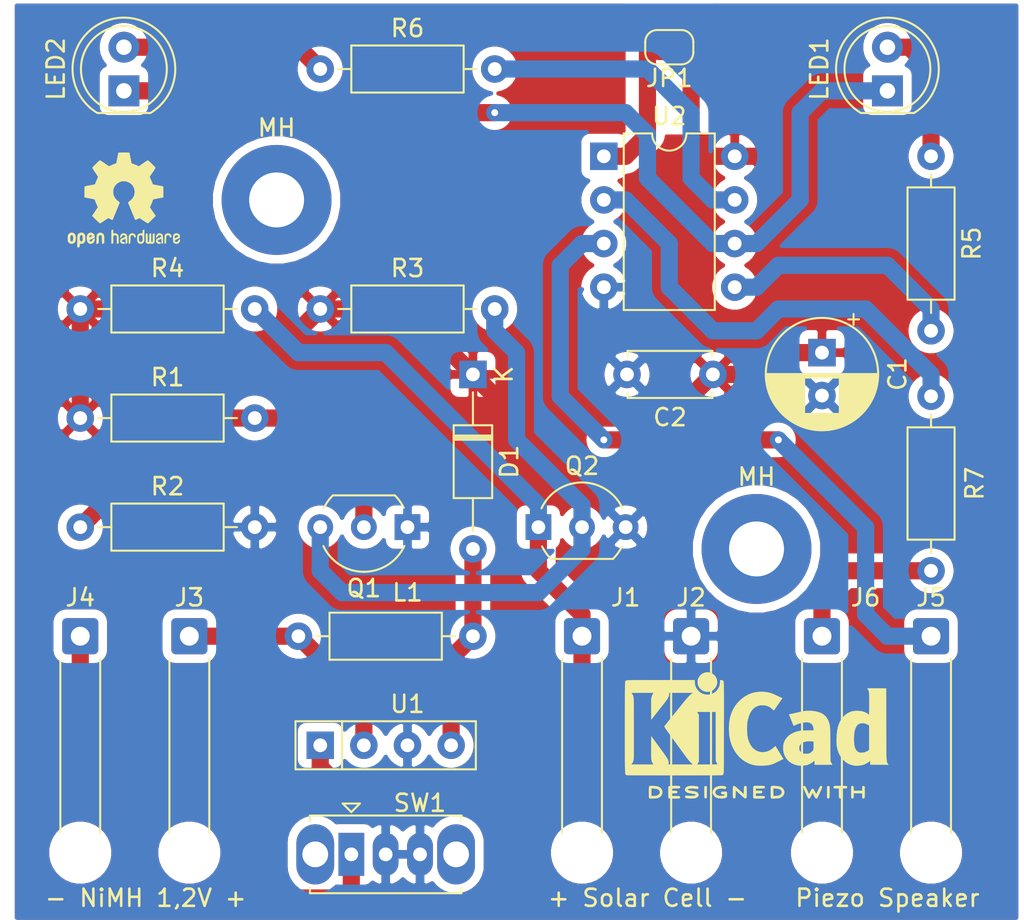
<source format=kicad_pcb>
(kicad_pcb (version 20171130) (host pcbnew "(5.1.9)-1")
  (layers (0 F.Cu signal) (31 B.Cu mixed) (34 B.Paste user) (35 F.Paste user) (36 B.SilkS user) (37 F.SilkS user) (38 B.Mask user) (39 F.Mask user) (44 Edge.Cuts user))
  (net 0 "")
  (net 1 GND)
  (net 2 "Net-(C1-Pad1)")
  (net 3 "Net-(D1-Pad2)")
  (net 4 "Net-(J1-Pad1)")
  (net 5 "Net-(BT1-Pad1)")
  (net 6 "Net-(BT1-Pad2)")
  (net 7 "Net-(J5-Pad1)")
  (net 8 "Net-(J6-Pad1)")
  (net 9 "Net-(JP1-Pad2)")
  (net 10 "Net-(Q1-Pad3)")
  (net 11 "Net-(Q1-Pad2)")
  (net 12 "Net-(R5-Pad2)")
  (net 13 "Net-(R6-Pad2)")
  (net 14 "Net-(R7-Pad2)")
  (net 15 "Net-(LED1-Pad2)")
  (net 16 "Net-(LED1-Pad1)")
  (net 17 "Net-(LED2-Pad2)")
  (module Symbol:OSHW-Logo2_7.3x6mm_SilkScreen (layer F.Cu) (at 134.62 93.98)
    (fp_text reference REF** hide)
    (fp_text value OSHW-Logo2_7.3x6mm_SilkScreen hide)
  )
  (module Symbol:KiCad-Logo2_6mm_SilkScreen (layer F.Cu) (at 171.45 124.46)
    (fp_text reference REF** hide)
    (fp_text value KiCad-Logo2_6mm_SilkScreen hide)
  )
  (module MountingHole:MountingHole_3.2mm_M3_Pad_TopBottom (layer F.Cu) (at 143.51 93.98)
    (fp_text reference MH (at 0 -4.2) (layer F.SilkS))
    (fp_text value MountingHole_3.2mm_M3_Pad_TopBottom)
    (pad 1 connect circle (at 0 0) (size 6.4 6.4) (layers B.Cu B.Mask))
    (pad 1 connect circle (at 0 0) (size 6.4 6.4) (layers F.Cu F.Mask))
    (pad 1 thru_hole circle (at 0 0) (size 3.6 3.6) (drill 3.2) (layers *.Cu *.Mask))
  )
  (module MountingHole:MountingHole_3.2mm_M3_Pad_TopBottom (layer F.Cu) (at 171.45 114.3)
    (fp_text reference MH (at 0 -4.2) (layer F.SilkS))
    (fp_text value MountingHole_3.2mm_M3_Pad_TopBottom)
    (pad 1 connect circle (at 0 0) (size 6.4 6.4) (layers B.Cu B.Mask))
    (pad 1 connect circle (at 0 0) (size 6.4 6.4) (layers F.Cu F.Mask))
    (pad 1 thru_hole circle (at 0 0) (size 3.6 3.6) (drill 3.2) (layers *.Cu *.Mask))
  )
  (module Package_TO_SOT_THT:TO-92_Inline_Wide (layer F.Cu) (at 158.75 113.03)
    (fp_text reference Q2 (at 2.54 -3.56) (layer F.SilkS))
    (fp_text value BS170)
    (pad 1 thru_hole rect (at 0 0) (size 1.5 1.5) (drill 0.8) (layers *.Cu *.Mask) (net 4 "Net-(J1-Pad1)"))
    (pad 3 thru_hole circle (at 5.08 0) (size 1.5 1.5) (drill 0.8) (layers *.Cu *.Mask) (net 1 GND))
    (pad 2 thru_hole circle (at 2.54 0) (size 1.5 1.5) (drill 0.8) (layers *.Cu *.Mask) (net 10 "Net-(Q1-Pad3)"))
  )
  (module Package_DIP:DIP-8_W7.62mm (layer F.Cu) (at 162.56 91.44)
    (fp_text reference U2 (at 3.81 -2.33) (layer F.SilkS))
    (fp_text value ATtiny85V-10PU)
    (pad 8 thru_hole oval (at 7.62 0) (size 1.6 1.6) (drill 0.8) (layers *.Cu *.Mask) (net 2 "Net-(C1-Pad1)"))
    (pad 4 thru_hole oval (at 0 7.62) (size 1.6 1.6) (drill 0.8) (layers *.Cu *.Mask) (net 1 GND))
    (pad 7 thru_hole oval (at 7.62 2.54) (size 1.6 1.6) (drill 0.8) (layers *.Cu *.Mask) (net 13 "Net-(R6-Pad2)"))
    (pad 3 thru_hole oval (at 0 5.08) (size 1.6 1.6) (drill 0.8) (layers *.Cu *.Mask) (net 7 "Net-(J5-Pad1)"))
    (pad 6 thru_hole oval (at 7.62 5.08) (size 1.6 1.6) (drill 0.8) (layers *.Cu *.Mask) (net 16 "Net-(LED1-Pad1)"))
    (pad 2 thru_hole oval (at 0 2.54) (size 1.6 1.6) (drill 0.8) (layers *.Cu *.Mask) (net 14 "Net-(R7-Pad2)"))
    (pad 5 thru_hole oval (at 7.62 7.62) (size 1.6 1.6) (drill 0.8) (layers *.Cu *.Mask) (net 12 "Net-(R5-Pad2)"))
    (pad 1 thru_hole rect (at 0 0) (size 1.6 1.6) (drill 0.8) (layers *.Cu *.Mask) (net 9 "Net-(JP1-Pad2)"))
  )
  (module Resistor_THT:R_Array_SIP4 (layer F.Cu) (at 146.05 125.73)
    (fp_text reference U1 (at 5.08 -2.4) (layer F.SilkS))
    (fp_text value YX8051_JF)
    (pad 4 thru_hole oval (at 7.62 0) (size 1.6 1.6) (drill 0.8) (layers *.Cu *.Mask) (net 3 "Net-(D1-Pad2)"))
    (pad 3 thru_hole oval (at 5.08 0) (size 1.6 1.6) (drill 0.8) (layers *.Cu *.Mask) (net 1 GND))
    (pad 2 thru_hole oval (at 2.54 0) (size 1.6 1.6) (drill 0.8) (layers *.Cu *.Mask) (net 5 "Net-(BT1-Pad1)"))
    (pad 1 thru_hole rect (at 0 0) (size 1.6 1.6) (drill 0.8) (layers *.Cu *.Mask) (net 4 "Net-(J1-Pad1)"))
  )
  (module Button_Switch_THT:SW_Slide_1P2T_CK_OS102011MS2Q (layer F.Cu) (at 147.86 132.08)
    (fp_text reference SW1 (at 3.99 -2.99) (layer F.SilkS))
    (fp_text value SW_SPDT)
    (pad "" thru_hole oval (at 6.1 0) (size 2.2 3.5) (drill 1.5) (layers *.Cu *.Mask))
    (pad "" thru_hole oval (at -2.1 0) (size 2.2 3.5) (drill 1.5) (layers *.Cu *.Mask))
    (pad 3 thru_hole oval (at 4 0) (size 1.5 2.5) (drill 0.8) (layers *.Cu *.Mask) (net 1 GND))
    (pad 2 thru_hole oval (at 2 0) (size 1.5 2.5) (drill 0.8) (layers *.Cu *.Mask) (net 1 GND))
    (pad 1 thru_hole rect (at 0 0) (size 1.5 2.5) (drill 0.8) (layers *.Cu *.Mask) (net 6 "Net-(BT1-Pad2)"))
  )
  (module Resistor_THT:R_Axial_DIN0207_L6.3mm_D2.5mm_P10.16mm_Horizontal (layer F.Cu) (at 181.61 115.57 90)
    (fp_text reference R7 (at 5.08 2.54 90) (layer F.SilkS))
    (fp_text value 120)
    (pad 2 thru_hole oval (at 10.16 0 90) (size 1.6 1.6) (drill 0.8) (layers *.Cu *.Mask) (net 14 "Net-(R7-Pad2)"))
    (pad 1 thru_hole circle (at 0 0 90) (size 1.6 1.6) (drill 0.8) (layers *.Cu *.Mask) (net 8 "Net-(J6-Pad1)"))
  )
  (module Resistor_THT:R_Axial_DIN0207_L6.3mm_D2.5mm_P10.16mm_Horizontal (layer F.Cu) (at 146.05 86.36)
    (fp_text reference R6 (at 5.08 -2.37) (layer F.SilkS))
    (fp_text value 120)
    (pad 2 thru_hole oval (at 10.16 0) (size 1.6 1.6) (drill 0.8) (layers *.Cu *.Mask) (net 13 "Net-(R6-Pad2)"))
    (pad 1 thru_hole circle (at 0 0) (size 1.6 1.6) (drill 0.8) (layers *.Cu *.Mask) (net 17 "Net-(LED2-Pad2)"))
  )
  (module Resistor_THT:R_Axial_DIN0207_L6.3mm_D2.5mm_P10.16mm_Horizontal (layer F.Cu) (at 181.61 91.44 270)
    (fp_text reference R5 (at 5.08 -2.37 90) (layer F.SilkS))
    (fp_text value 120)
    (pad 2 thru_hole oval (at 10.16 0 270) (size 1.6 1.6) (drill 0.8) (layers *.Cu *.Mask) (net 12 "Net-(R5-Pad2)"))
    (pad 1 thru_hole circle (at 0 0 270) (size 1.6 1.6) (drill 0.8) (layers *.Cu *.Mask) (net 15 "Net-(LED1-Pad2)"))
  )
  (module Resistor_THT:R_Axial_DIN0207_L6.3mm_D2.5mm_P10.16mm_Horizontal (layer F.Cu) (at 132.08 100.33)
    (fp_text reference R4 (at 5.08 -2.37) (layer F.SilkS))
    (fp_text value 220k)
    (pad 2 thru_hole oval (at 10.16 0) (size 1.6 1.6) (drill 0.8) (layers *.Cu *.Mask) (net 4 "Net-(J1-Pad1)"))
    (pad 1 thru_hole circle (at 0 0) (size 1.6 1.6) (drill 0.8) (layers *.Cu *.Mask) (net 2 "Net-(C1-Pad1)"))
  )
  (module Resistor_THT:R_Axial_DIN0207_L6.3mm_D2.5mm_P10.16mm_Horizontal (layer F.Cu) (at 146.05 100.33)
    (fp_text reference R3 (at 5.08 -2.37) (layer F.SilkS))
    (fp_text value 470k)
    (pad 2 thru_hole oval (at 10.16 0) (size 1.6 1.6) (drill 0.8) (layers *.Cu *.Mask) (net 10 "Net-(Q1-Pad3)"))
    (pad 1 thru_hole circle (at 0 0) (size 1.6 1.6) (drill 0.8) (layers *.Cu *.Mask) (net 2 "Net-(C1-Pad1)"))
  )
  (module Resistor_THT:R_Axial_DIN0207_L6.3mm_D2.5mm_P10.16mm_Horizontal (layer F.Cu) (at 132.08 113.03)
    (fp_text reference R2 (at 5.08 -2.37) (layer F.SilkS))
    (fp_text value 470k)
    (pad 2 thru_hole oval (at 10.16 0) (size 1.6 1.6) (drill 0.8) (layers *.Cu *.Mask) (net 1 GND))
    (pad 1 thru_hole circle (at 0 0) (size 1.6 1.6) (drill 0.8) (layers *.Cu *.Mask) (net 11 "Net-(Q1-Pad2)"))
  )
  (module Resistor_THT:R_Axial_DIN0207_L6.3mm_D2.5mm_P10.16mm_Horizontal (layer F.Cu) (at 132.08 106.68)
    (fp_text reference R1 (at 5.08 -2.37) (layer F.SilkS))
    (fp_text value 1,5M)
    (pad 2 thru_hole oval (at 10.16 0) (size 1.6 1.6) (drill 0.8) (layers *.Cu *.Mask) (net 11 "Net-(Q1-Pad2)"))
    (pad 1 thru_hole circle (at 0 0) (size 1.6 1.6) (drill 0.8) (layers *.Cu *.Mask) (net 2 "Net-(C1-Pad1)"))
  )
  (module Package_TO_SOT_THT:TO-92_Inline_Wide (layer F.Cu) (at 151.13 113.03 180)
    (fp_text reference Q1 (at 2.54 -3.56) (layer F.SilkS))
    (fp_text value 2N7000)
    (pad 1 thru_hole rect (at 0 0 180) (size 1.5 1.5) (drill 0.8) (layers *.Cu *.Mask) (net 1 GND))
    (pad 3 thru_hole circle (at 5.08 0 180) (size 1.5 1.5) (drill 0.8) (layers *.Cu *.Mask) (net 10 "Net-(Q1-Pad3)"))
    (pad 2 thru_hole circle (at 2.54 0 180) (size 1.5 1.5) (drill 0.8) (layers *.Cu *.Mask) (net 11 "Net-(Q1-Pad2)"))
  )
  (module Resistor_THT:R_Axial_DIN0207_L6.3mm_D2.5mm_P10.16mm_Horizontal (layer F.Cu) (at 144.78 119.38)
    (fp_text reference L1 (at 6.35 -2.54) (layer F.SilkS))
    (fp_text value 47uH)
    (pad 2 thru_hole oval (at 10.16 0) (size 1.6 1.6) (drill 0.8) (layers *.Cu *.Mask) (net 3 "Net-(D1-Pad2)"))
    (pad 1 thru_hole circle (at 0 0) (size 1.6 1.6) (drill 0.8) (layers *.Cu *.Mask) (net 5 "Net-(BT1-Pad1)"))
  )
  (module Jumper:SolderJumper-2_P1.3mm_Open_RoundedPad1.0x1.5mm (layer F.Cu) (at 166.37 85.09 180)
    (fp_text reference JP1 (at 0 -1.8) (layer F.SilkS))
    (fp_text value SolderJumper_2_Bridged)
    (pad 2 smd custom (at 0.65 0 180) (size 1 0.5) (layers F.Cu F.Mask) (net 9 "Net-(JP1-Pad2)") (options (clearance outline) (anchor rect)) (primitives (gr_circle (center 0 0.25) (end 0.5 0.25) (width 0)) (gr_circle (center 0 -0.25) (end 0.5 -0.25) (width 0)) (gr_poly (pts (xy 0 -0.75) (xy -0.5 -0.75) (xy -0.5 0.75) (xy 0 0.75)) (width 0))))
    (pad 1 smd custom (at -0.65 0 180) (size 1 0.5) (layers F.Cu F.Mask) (net 2 "Net-(C1-Pad1)") (options (clearance outline) (anchor rect)) (primitives (gr_circle (center 0 0.25) (end 0.5 0.25) (width 0)) (gr_circle (center 0 -0.25) (end 0.5 -0.25) (width 0)) (gr_poly (pts (xy 0 -0.75) (xy 0.5 -0.75) (xy 0.5 0.75) (xy 0 0.75)) (width 0))))
  )
  (module Connector_Wire:SolderWire-0.5sqmm_1x01_D0.9mm_OD2.1mm_Relief (layer F.Cu) (at 175.26 119.38)
    (fp_text reference J6 (at 2.54 -2.25) (layer F.SilkS))
    (fp_text value Conn_01x01)
    (pad "" np_thru_hole circle (at 0 12.6) (size 2.6 2.6) (drill 2.6) (layers *.Cu *.Mask))
    (pad 1 thru_hole roundrect (at 0 0) (size 2.1 2.1) (drill 1.1) (layers *.Cu *.Mask) (roundrect_rratio 0.119048) (net 8 "Net-(J6-Pad1)"))
  )
  (module Connector_Wire:SolderWire-0.5sqmm_1x01_D0.9mm_OD2.1mm_Relief (layer F.Cu) (at 181.61 119.38)
    (fp_text reference J5 (at 0 -2.25) (layer F.SilkS))
    (fp_text value Conn_01x01)
    (pad "" np_thru_hole circle (at 0 12.6) (size 2.6 2.6) (drill 2.6) (layers *.Cu *.Mask))
    (pad 1 thru_hole roundrect (at 0 0) (size 2.1 2.1) (drill 1.1) (layers *.Cu *.Mask) (roundrect_rratio 0.119048) (net 7 "Net-(J5-Pad1)"))
  )
  (module Connector_Wire:SolderWire-0.5sqmm_1x01_D0.9mm_OD2.1mm_Relief (layer F.Cu) (at 132.08 119.38)
    (fp_text reference J4 (at 0 -2.25) (layer F.SilkS))
    (fp_text value Conn_01x01)
    (pad "" np_thru_hole circle (at 0 12.6) (size 2.6 2.6) (drill 2.6) (layers *.Cu *.Mask))
    (pad 1 thru_hole roundrect (at 0 0) (size 2.1 2.1) (drill 1.1) (layers *.Cu *.Mask) (roundrect_rratio 0.119048) (net 6 "Net-(BT1-Pad2)"))
  )
  (module Connector_Wire:SolderWire-0.5sqmm_1x01_D0.9mm_OD2.1mm_Relief (layer F.Cu) (at 138.43 119.38)
    (fp_text reference J3 (at 0 -2.25) (layer F.SilkS))
    (fp_text value Conn_01x01)
    (pad "" np_thru_hole circle (at 0 12.6) (size 2.6 2.6) (drill 2.6) (layers *.Cu *.Mask))
    (pad 1 thru_hole roundrect (at 0 0) (size 2.1 2.1) (drill 1.1) (layers *.Cu *.Mask) (roundrect_rratio 0.119048) (net 5 "Net-(BT1-Pad1)"))
  )
  (module Connector_Wire:SolderWire-0.5sqmm_1x01_D0.9mm_OD2.1mm_Relief (layer F.Cu) (at 167.64 119.38)
    (fp_text reference J2 (at 0 -2.25) (layer F.SilkS))
    (fp_text value Conn_01x01)
    (pad "" np_thru_hole circle (at 0 12.6) (size 2.6 2.6) (drill 2.6) (layers *.Cu *.Mask))
    (pad 1 thru_hole roundrect (at 0 0) (size 2.1 2.1) (drill 1.1) (layers *.Cu *.Mask) (roundrect_rratio 0.119048) (net 1 GND))
  )
  (module Connector_Wire:SolderWire-0.5sqmm_1x01_D0.9mm_OD2.1mm_Relief (layer F.Cu) (at 161.29 119.38)
    (fp_text reference J1 (at 2.54 -2.25) (layer F.SilkS))
    (fp_text value Conn_01x01)
    (pad "" np_thru_hole circle (at 0 12.6) (size 2.6 2.6) (drill 2.6) (layers *.Cu *.Mask))
    (pad 1 thru_hole roundrect (at 0 0) (size 2.1 2.1) (drill 1.1) (layers *.Cu *.Mask) (roundrect_rratio 0.119048) (net 4 "Net-(J1-Pad1)"))
  )
  (module LED_THT:LED_D5.0mm (layer F.Cu) (at 134.62 87.63 90)
    (fp_text reference LED2 (at 1.27 -3.96 90) (layer F.SilkS))
    (fp_text value LED_GN)
    (pad 2 thru_hole circle (at 2.54 0 90) (size 1.8 1.8) (drill 0.9) (layers *.Cu *.Mask) (net 17 "Net-(LED2-Pad2)"))
    (pad 1 thru_hole rect (at 0 0 90) (size 1.8 1.8) (drill 0.9) (layers *.Cu *.Mask) (net 16 "Net-(LED1-Pad1)"))
  )
  (module LED_THT:LED_D5.0mm (layer F.Cu) (at 179.07 87.63 90)
    (fp_text reference LED1 (at 1.27 -3.96 90) (layer F.SilkS))
    (fp_text value LED_GN)
    (pad 2 thru_hole circle (at 2.54 0 90) (size 1.8 1.8) (drill 0.9) (layers *.Cu *.Mask) (net 15 "Net-(LED1-Pad2)"))
    (pad 1 thru_hole rect (at 0 0 90) (size 1.8 1.8) (drill 0.9) (layers *.Cu *.Mask) (net 16 "Net-(LED1-Pad1)"))
  )
  (module Diode_THT:D_DO-35_SOD27_P10.16mm_Horizontal (layer F.Cu) (at 154.94 104.14 270)
    (fp_text reference D1 (at 5.08 -2.12 90) (layer F.SilkS))
    (fp_text value BAT48RL)
    (fp_text user K (at 0 -1.8 90) (layer F.SilkS))
    (pad 2 thru_hole oval (at 10.16 0 270) (size 1.6 1.6) (drill 0.8) (layers *.Cu *.Mask) (net 3 "Net-(D1-Pad2)"))
    (pad 1 thru_hole rect (at 0 0 270) (size 1.6 1.6) (drill 0.8) (layers *.Cu *.Mask) (net 2 "Net-(C1-Pad1)"))
  )
  (module Capacitor_THT:C_Disc_D4.7mm_W2.5mm_P5.00mm (layer F.Cu) (at 168.91 104.14 180)
    (fp_text reference C2 (at 2.5 -2.5) (layer F.SilkS))
    (fp_text value 100nF)
    (pad 2 thru_hole circle (at 5 0 180) (size 1.6 1.6) (drill 0.8) (layers *.Cu *.Mask) (net 1 GND))
    (pad 1 thru_hole circle (at 0 0 180) (size 1.6 1.6) (drill 0.8) (layers *.Cu *.Mask) (net 2 "Net-(C1-Pad1)"))
  )
  (module Capacitor_THT:CP_Radial_D6.3mm_P2.50mm (layer F.Cu) (at 175.26 102.87 270)
    (fp_text reference C1 (at 1.25 -4.4 90) (layer F.SilkS))
    (fp_text value 220uF)
    (pad 2 thru_hole circle (at 2.5 0 270) (size 1.6 1.6) (drill 0.8) (layers *.Cu *.Mask) (net 1 GND))
    (pad 1 thru_hole rect (at 0 0 270) (size 1.6 1.6) (drill 0.8) (layers *.Cu *.Mask) (net 2 "Net-(C1-Pad1)"))
  )
  (gr_text "Piezo Speaker" (at 179.07 134.62) (layer F.SilkS) (effects (font (size 1 1))))
  (gr_text "+ Solar Cell -" (at 165.1 134.62) (layer F.SilkS) (effects (font (size 1 1))))
  (gr_text "- NiMH 1,2V +" (at 135.89 134.62) (layer F.SilkS) (effects (font (size 1 1))))
  (segment (start 163.83 104.06) (end 163.91 104.14) (width 1) (layer B.Cu) (net 1))
  (segment (start 163.91 112.95) (end 163.83 113.03) (width 1) (layer B.Cu) (net 1))
  (segment (start 132.08 106.68) (end 132.08 100.33) (width 1) (layer F.Cu) (net 2))
  (segment (start 132.08 100.33) (end 137.16 100.33) (width 1) (layer F.Cu) (net 2))
  (segment (start 137.16 100.33) (end 139.7 102.87) (width 1) (layer F.Cu) (net 2))
  (segment (start 143.51 102.87) (end 146.05 100.33) (width 1) (layer F.Cu) (net 2))
  (segment (start 139.7 102.87) (end 143.51 102.87) (width 1) (layer F.Cu) (net 2))
  (segment (start 146.05 100.33) (end 151.13 100.33) (width 1) (layer F.Cu) (net 2))
  (segment (start 151.13 100.33) (end 154.94 104.14) (width 1) (layer F.Cu) (net 2))
  (segment (start 168.91 104.14) (end 171.45 104.14) (width 1) (layer F.Cu) (net 2))
  (segment (start 172.72 102.87) (end 175.26 102.87) (width 1) (layer F.Cu) (net 2))
  (segment (start 171.45 104.14) (end 172.72 102.87) (width 1) (layer F.Cu) (net 2))
  (segment (start 172.72 102.87) (end 172.72 92.71) (width 1) (layer F.Cu) (net 2))
  (segment (start 172.72 92.71) (end 171.45 91.44) (width 1) (layer F.Cu) (net 2))
  (segment (start 171.45 91.44) (end 170.18 91.44) (width 1) (layer F.Cu) (net 2))
  (segment (start 170.18 91.44) (end 168.91 91.44) (width 1) (layer F.Cu) (net 2))
  (segment (start 168.91 91.44) (end 167.64 90.17) (width 1) (layer F.Cu) (net 2))
  (segment (start 167.64 90.17) (end 167.64 85.09) (width 1) (layer F.Cu) (net 2))
  (segment (start 167.64 85.09) (end 167.02 85.09) (width 1) (layer F.Cu) (net 2))
  (segment (start 166.37 106.68) (end 168.91 104.14) (width 1) (layer F.Cu) (net 2))
  (segment (start 157.48 106.68) (end 166.37 106.68) (width 1) (layer F.Cu) (net 2))
  (segment (start 154.94 104.14) (end 157.48 106.68) (width 1) (layer F.Cu) (net 2))
  (segment (start 153.67 120.65) (end 154.94 119.38) (width 1) (layer F.Cu) (net 3))
  (segment (start 153.67 125.73) (end 153.67 120.65) (width 1) (layer F.Cu) (net 3))
  (segment (start 154.94 119.38) (end 154.94 114.3) (width 1) (layer F.Cu) (net 3))
  (segment (start 146.05 125.73) (end 146.05 127) (width 1) (layer F.Cu) (net 4))
  (segment (start 146.05 127) (end 147.32 128.27) (width 1) (layer F.Cu) (net 4))
  (segment (start 147.32 128.27) (end 157.48 128.27) (width 1) (layer F.Cu) (net 4))
  (segment (start 161.29 124.46) (end 161.29 119.38) (width 1) (layer F.Cu) (net 4))
  (segment (start 157.48 128.27) (end 161.29 124.46) (width 1) (layer F.Cu) (net 4))
  (segment (start 142.24 100.33) (end 144.78 102.87) (width 1) (layer B.Cu) (net 4))
  (segment (start 144.78 102.87) (end 149.86 102.87) (width 1) (layer B.Cu) (net 4))
  (segment (start 149.86 102.87) (end 158.75 111.76) (width 1) (layer B.Cu) (net 4))
  (segment (start 158.75 111.76) (end 158.75 113.03) (width 1) (layer B.Cu) (net 4))
  (segment (start 158.75 113.03) (end 158.75 115.57) (width 1) (layer F.Cu) (net 4))
  (segment (start 161.29 118.11) (end 161.29 119.38) (width 1) (layer F.Cu) (net 4))
  (segment (start 158.75 115.57) (end 161.29 118.11) (width 1) (layer F.Cu) (net 4))
  (segment (start 138.43 119.38) (end 144.78 119.38) (width 1) (layer F.Cu) (net 5))
  (segment (start 144.78 119.38) (end 148.59 123.19) (width 1) (layer F.Cu) (net 5))
  (segment (start 148.59 123.19) (end 148.59 125.73) (width 1) (layer F.Cu) (net 5))
  (segment (start 132.08 119.38) (end 132.08 124.46) (width 1) (layer F.Cu) (net 6))
  (segment (start 132.08 124.46) (end 135.89 128.27) (width 1) (layer F.Cu) (net 6))
  (segment (start 147.86 132.08) (end 147.86 134.08) (width 1) (layer F.Cu) (net 6))
  (segment (start 147.86 134.08) (end 147.32 134.62) (width 1) (layer F.Cu) (net 6))
  (segment (start 142.24 130.81) (end 139.7 128.27) (width 1) (layer F.Cu) (net 6))
  (segment (start 139.7 128.27) (end 135.89 128.27) (width 1) (layer F.Cu) (net 6))
  (segment (start 142.24 130.81) (end 142.24 133.35) (width 1) (layer F.Cu) (net 6))
  (segment (start 142.24 133.35) (end 143.51 134.62) (width 1) (layer F.Cu) (net 6))
  (segment (start 143.51 134.62) (end 147.32 134.62) (width 1) (layer F.Cu) (net 6))
  (segment (start 161.29 96.52) (end 162.56 96.52) (width 1) (layer B.Cu) (net 7))
  (segment (start 160.02 97.79) (end 161.29 96.52) (width 1) (layer B.Cu) (net 7))
  (segment (start 160.02 105.41) (end 160.02 97.79) (width 1) (layer B.Cu) (net 7))
  (segment (start 162.56 107.95) (end 162.56 107.95) (width 1) (layer B.Cu) (net 7))
  (segment (start 177.8 113.03) (end 172.72 107.95) (width 1) (layer B.Cu) (net 7))
  (segment (start 177.8 118.11) (end 177.8 113.03) (width 1) (layer B.Cu) (net 7))
  (segment (start 179.07 119.38) (end 177.8 118.11) (width 1) (layer B.Cu) (net 7))
  (segment (start 181.61 119.38) (end 179.07 119.38) (width 1) (layer B.Cu) (net 7))
  (segment (start 162.56 107.95) (end 160.02 105.41) (width 1) (layer B.Cu) (net 7))
  (via (at 162.56 107.95) (size 0.8) (drill 0.4) (layers F.Cu B.Cu) (net 7))
  (segment (start 172.72 107.95) (end 172.72 107.95) (width 1) (layer B.Cu) (net 7))
  (via (at 172.72 107.95) (size 0.8) (drill 0.4) (layers F.Cu B.Cu) (net 7))
  (segment (start 162.56 107.95) (end 172.72 107.95) (width 1) (layer F.Cu) (net 7))
  (segment (start 176.53 115.57) (end 181.61 115.57) (width 1) (layer F.Cu) (net 8))
  (segment (start 175.26 116.84) (end 176.53 115.57) (width 1) (layer F.Cu) (net 8))
  (segment (start 175.26 119.38) (end 175.26 116.84) (width 1) (layer F.Cu) (net 8))
  (segment (start 162.56 91.44) (end 163.83 91.44) (width 1) (layer F.Cu) (net 9))
  (segment (start 163.83 91.44) (end 165.1 90.17) (width 1) (layer F.Cu) (net 9))
  (segment (start 165.1 90.17) (end 165.1 85.09) (width 1) (layer F.Cu) (net 9))
  (segment (start 165.1 85.09) (end 165.72 85.09) (width 1) (layer F.Cu) (net 9))
  (segment (start 161.29 113.03) (end 161.29 114.3) (width 1) (layer B.Cu) (net 10))
  (segment (start 161.29 114.3) (end 158.75 116.84) (width 1) (layer B.Cu) (net 10))
  (segment (start 158.75 116.84) (end 147.32 116.84) (width 1) (layer B.Cu) (net 10))
  (segment (start 146.05 115.57) (end 146.05 113.03) (width 1) (layer B.Cu) (net 10))
  (segment (start 147.32 116.84) (end 146.05 115.57) (width 1) (layer B.Cu) (net 10))
  (segment (start 156.21 100.33) (end 156.21 101.6) (width 1) (layer B.Cu) (net 10))
  (segment (start 156.21 101.6) (end 157.48 102.87) (width 1) (layer B.Cu) (net 10))
  (segment (start 157.48 102.87) (end 157.48 107.95) (width 1) (layer B.Cu) (net 10))
  (segment (start 157.48 107.95) (end 161.29 111.76) (width 1) (layer B.Cu) (net 10))
  (segment (start 161.29 111.76) (end 161.29 113.03) (width 1) (layer B.Cu) (net 10))
  (segment (start 148.59 113.03) (end 148.59 109.22) (width 1) (layer F.Cu) (net 11))
  (segment (start 148.59 109.22) (end 146.05 106.68) (width 1) (layer F.Cu) (net 11))
  (segment (start 146.05 106.68) (end 142.24 106.68) (width 1) (layer F.Cu) (net 11))
  (segment (start 138.43 106.68) (end 132.08 113.03) (width 1) (layer F.Cu) (net 11))
  (segment (start 142.24 106.68) (end 138.43 106.68) (width 1) (layer F.Cu) (net 11))
  (segment (start 171.45 99.06) (end 170.18 99.06) (width 1) (layer B.Cu) (net 12))
  (segment (start 172.72 97.79) (end 171.45 99.06) (width 1) (layer B.Cu) (net 12))
  (segment (start 179.07 97.79) (end 172.72 97.79) (width 1) (layer B.Cu) (net 12))
  (segment (start 181.61 100.33) (end 179.07 97.79) (width 1) (layer B.Cu) (net 12))
  (segment (start 181.61 101.6) (end 181.61 100.33) (width 1) (layer B.Cu) (net 12))
  (segment (start 170.18 93.98) (end 168.91 93.98) (width 1) (layer B.Cu) (net 13))
  (segment (start 165.1 86.36) (end 156.21 86.36) (width 1) (layer B.Cu) (net 13))
  (segment (start 168.91 93.98) (end 167.64 92.71) (width 1) (layer B.Cu) (net 13))
  (segment (start 167.64 92.71) (end 167.64 88.9) (width 1) (layer B.Cu) (net 13))
  (segment (start 167.64 88.9) (end 165.1 86.36) (width 1) (layer B.Cu) (net 13))
  (segment (start 163.83 93.98) (end 162.56 93.98) (width 1) (layer B.Cu) (net 14))
  (segment (start 166.37 96.52) (end 163.83 93.98) (width 1) (layer B.Cu) (net 14))
  (segment (start 166.37 99.06) (end 166.37 96.52) (width 1) (layer B.Cu) (net 14))
  (segment (start 168.91 101.6) (end 166.37 99.06) (width 1) (layer B.Cu) (net 14))
  (segment (start 171.45 101.6) (end 168.91 101.6) (width 1) (layer B.Cu) (net 14))
  (segment (start 172.72 100.33) (end 171.45 101.6) (width 1) (layer B.Cu) (net 14))
  (segment (start 177.8 100.33) (end 172.72 100.33) (width 1) (layer B.Cu) (net 14))
  (segment (start 181.61 104.14) (end 177.8 100.33) (width 1) (layer B.Cu) (net 14))
  (segment (start 181.61 105.41) (end 181.61 104.14) (width 1) (layer B.Cu) (net 14))
  (segment (start 179.07 85.09) (end 180.34 85.09) (width 1) (layer F.Cu) (net 15))
  (segment (start 180.34 85.09) (end 181.61 86.36) (width 1) (layer F.Cu) (net 15))
  (segment (start 181.61 86.36) (end 181.61 91.44) (width 1) (layer F.Cu) (net 15))
  (segment (start 134.62 87.63) (end 143.51 87.63) (width 1) (layer F.Cu) (net 16))
  (segment (start 143.51 87.63) (end 144.78 88.9) (width 1) (layer F.Cu) (net 16))
  (segment (start 144.78 88.9) (end 156.21 88.9) (width 1) (layer F.Cu) (net 16))
  (segment (start 179.07 87.63) (end 175.26 87.63) (width 1) (layer B.Cu) (net 16))
  (segment (start 175.26 87.63) (end 173.99 88.9) (width 1) (layer B.Cu) (net 16))
  (segment (start 173.99 88.9) (end 173.99 93.98) (width 1) (layer B.Cu) (net 16))
  (segment (start 173.99 93.98) (end 171.45 96.52) (width 1) (layer B.Cu) (net 16))
  (segment (start 171.45 96.52) (end 170.18 96.52) (width 1) (layer B.Cu) (net 16))
  (segment (start 170.18 96.52) (end 168.91 96.52) (width 1) (layer B.Cu) (net 16))
  (segment (start 168.91 96.52) (end 165.1 92.71) (width 1) (layer B.Cu) (net 16))
  (segment (start 165.1 92.71) (end 165.1 91.44) (width 1) (layer B.Cu) (net 16))
  (segment (start 165.1 91.44) (end 165.1 90.17) (width 1) (layer B.Cu) (net 16))
  (segment (start 165.1 90.17) (end 163.83 88.9) (width 1) (layer B.Cu) (net 16))
  (segment (start 163.83 88.9) (end 156.21 88.9) (width 1) (layer B.Cu) (net 16))
  (via (at 156.21 88.9) (size 0.8) (drill 0.4) (layers F.Cu B.Cu) (net 16))
  (segment (start 146.05 86.36) (end 144.78 85.09) (width 1) (layer F.Cu) (net 17))
  (segment (start 144.78 85.09) (end 134.62 85.09) (width 1) (layer F.Cu) (net 17))
  (zone (net 2) (net_name "Net-(C1-Pad1)") (layer F.Cu) (connect_pads (clearance 0.508)) (min_thickness 0.254) (fill yes (arc_segments 32) (thermal_gap 0.508) (thermal_bridge_width 0.508))
    (polygon (pts (xy 168.91 90.17) (xy 168.91 82.55) (xy 186.69 82.55) (xy 186.69 135.89) (xy 128.27 135.89) (xy 128.27 82.55) (xy 163.83 82.55) (xy 163.83 90.17)))
  )
  (zone (net 1) (net_name GND) (layer B.Cu) (connect_pads (clearance 0.508)) (min_thickness 0.254) (fill yes (arc_segments 32) (thermal_gap 0.508) (thermal_bridge_width 0.508))
    (polygon (pts (xy 186.69 135.89) (xy 128.27 135.89) (xy 128.27 82.55) (xy 186.69 82.55)))
  )
)
</source>
